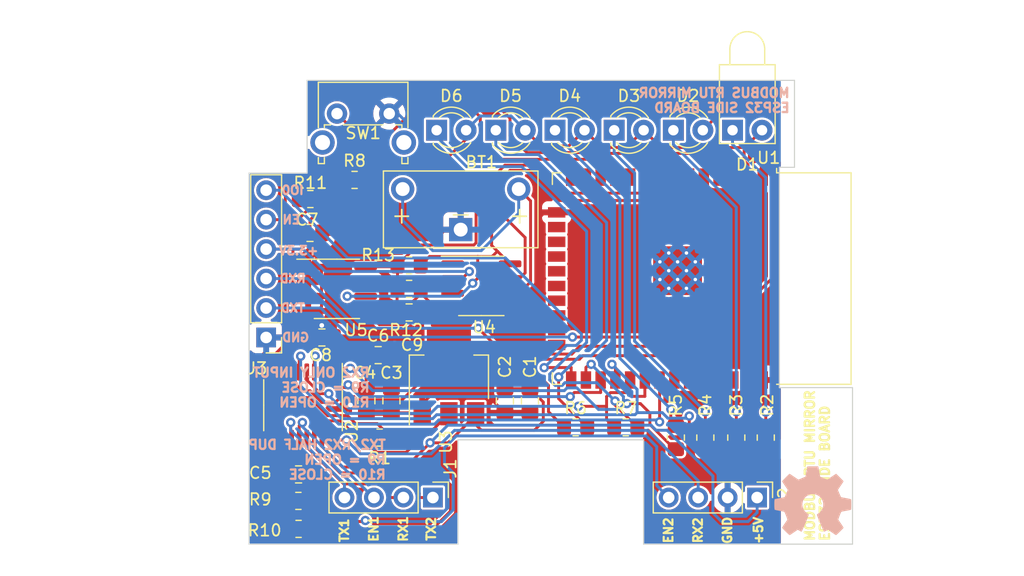
<source format=kicad_pcb>
(kicad_pcb (version 20211014) (generator pcbnew)
  (title_block (title "Modbus RTU mirror side board"))
  (layers (0 "F.Cu" signal) (31 "B.Cu" signal) (34 "B.Paste" user) (35 "F.Paste" user) (36 "B.SilkS" user "B.Silkscreen") (37 "F.SilkS" user "F.Silkscreen") (38 "B.Mask" user) (39 "F.Mask" user) (44 "Edge.Cuts" user))
  (net 0 "")
  (net 21 "GND")
  (net 22 "+3.3V")
  (net 23 "+5V")
  (net 27 "Net-(D1-Pad1)")
  (net 28 "Net-(D2-Pad1)")
  (net 29 "/STP_LED")
  (net 30 "Net-(D3-Pad1)")
  (net 31 "/TX2_LED")
  (net 32 "Net-(U1-Pad31)")
  (net 33 "Net-(D4-Pad1)")
  (net 34 "Net-(D5-Pad1)")
  (net 35 "Net-(D6-Pad1)")
  (net 36 "/RX2_LED")
  (net 37 "/TX1_LED")
  (net 38 "/RX1_LED")
  (net 39 "+BATT")
  (net 40 "/STP_SW")
  (net 41 "/ESP_TXD")
  (net 42 "/ESP_RXD")
  (net 43 "/ESP_EN")
  (net 44 "/ESP_IO0")
  (net 45 "Net-(U1-Pad27)")
  (net 46 "/I2C0_SDA")
  (net 47 "/I2C0_SCL")
  (net 52 "Net-(J1-Pad1)")
  (net 53 "Net-(J1-Pad2)")
  (net 54 "Net-(J1-Pad3)")
  (net 55 "Net-(J1-Pad4)")
  (net 56 "Net-(J2-Pad3)")
  (net 57 "Net-(J2-Pad4)")
  (net 58 "Net-(R1-Pad2)")
  (net 59 "Net-(R10-Pad2)")
  (footprint "Resistor_SMD:R_0805_2012Metric_Pad1.20x1.40mm_HandSolder" (layer "F.Cu") (at 104.267 138.684)
    (fp_text reference "R10")
    (fp_text value "NONE")
  )
  (footprint "Resistor_SMD:R_0805_2012Metric_Pad1.20x1.40mm_HandSolder" (layer "F.Cu") (at 139.319 130.81 90)
    (fp_text reference "R4")
    (fp_text value "1k")
  )
  (footprint "Resistor_SMD:R_0805_2012Metric_Pad1.20x1.40mm_HandSolder" (layer "F.Cu") (at 105.283 110.236)
    (fp_text reference "R11")
    (fp_text value "10k")
  )
  (footprint "LED_THT:LED_D3.0mm" (layer "F.Cu") (at 131.463 104.3)
    (fp_text reference "D3")
    (fp_text value "LED")
  )
  (footprint "Capacitor_SMD:C_0805_2012Metric_Pad1.18x1.45mm_HandSolder" (layer "F.Cu") (at 113.792 120.015)
    (fp_text reference "C9")
    (fp_text value "100nF")
  )
  (footprint "Capacitor_SMD:C_0805_2012Metric_Pad1.18x1.45mm_HandSolder" (layer "F.Cu") (at 111.125 123.698)
    (fp_text reference "C6")
    (fp_text value "100nF")
  )
  (footprint "Resistor_SMD:R_0805_2012Metric_Pad1.20x1.40mm_HandSolder" (layer "F.Cu") (at 132.461 129.921)
    (fp_text reference "R7")
    (fp_text value "1k")
  )
  (footprint "Capacitor_SMD:C_0805_2012Metric_Pad1.18x1.45mm_HandSolder" (layer "F.Cu") (at 106.2775 122.174)
    (fp_text reference "C8")
    (fp_text value "100nF")
  )
  (footprint "Package_SO:SOIC-8_3.9x4.9mm_P1.27mm" (layer "F.Cu") (at 107.569 117.983)
    (fp_text reference "U5")
    (fp_text value "FM24C64C")
  )
  (footprint "Battery_rtc:CR2032_Vertical_CircularHoles" (layer "F.Cu") (at 118.237 112.875 180)
    (fp_text reference "BT1")
    (fp_text value "Battery_Cell")
  )
  (footprint "Resistor_SMD:R_0805_2012Metric_Pad1.20x1.40mm_HandSolder" (layer "F.Cu") (at 113.792 117.983)
    (fp_text reference "R12")
    (fp_text value "4.7k")
  )
  (footprint "LED_THT_horizontal_holder:LED_D3.0mm_4.5x9.5mm" (layer "F.Cu") (at 141.663 104.3 180)
    (fp_text reference "D1")
    (fp_text value "LED")
  )
  (footprint "Resistor_SMD:R_0805_2012Metric_Pad1.20x1.40mm_HandSolder" (layer "F.Cu") (at 144.526 130.81 90)
    (fp_text reference "R2")
    (fp_text value "1k")
  )
  (footprint "Resistor_SMD:R_0805_2012Metric_Pad1.20x1.40mm_HandSolder" (layer "F.Cu") (at 141.986 130.81 90)
    (fp_text reference "R3")
    (fp_text value "1k")
  )
  (footprint "Resistor_SMD:R_0805_2012Metric_Pad1.20x1.40mm_HandSolder" (layer "F.Cu") (at 128.143 129.921)
    (fp_text reference "R6")
    (fp_text value "1k")
  )
  (footprint "Connector_PinHeader_2.54mm:PinHeader_1x06_P2.54mm_Vertical" (layer "F.Cu") (at 101.473 122.174 180)
    (fp_text reference "J3")
    (fp_text value "Conn_01x06_Male")
  )
  (footprint "Resistor_SMD:R_0805_2012Metric_Pad1.20x1.40mm_HandSolder" (layer "F.Cu") (at 109.093 108.585)
    (fp_text reference "R8")
    (fp_text value "10k")
  )
  (footprint "Package_SO:TSSOP-20_4.4x6.5mm_P0.65mm" (layer "F.Cu") (at 104.648 128.016 -90)
    (fp_text reference "U2")
    (fp_text value "TXS0108EPW")
  )
  (footprint "Capacitor_SMD:C_0805_2012Metric_Pad1.18x1.45mm_HandSolder" (layer "F.Cu") (at 122.047 127.635 -90)
    (fp_text reference "C2")
    (fp_text value "22uF")
  )
  (footprint "LED_THT:LED_D3.0mm" (layer "F.Cu") (at 136.563 104.3)
    (fp_text reference "D2")
    (fp_text value "LED")
  )
  (footprint "Resistor_SMD:R_0805_2012Metric_Pad1.20x1.40mm_HandSolder" (layer "F.Cu") (at 111.252 130.81)
    (fp_text reference "R1")
    (fp_text value "0")
  )
  (footprint "Capacitor_SMD:C_0805_2012Metric_Pad1.18x1.45mm_HandSolder" (layer "F.Cu") (at 124.206 127.635 -90)
    (fp_text reference "C1")
    (fp_text value "100nF")
  )
  (footprint "Capacitor_SMD:C_0805_2012Metric_Pad1.18x1.45mm_HandSolder" (layer "F.Cu") (at 110.109 127.635 -90)
    (fp_text reference "C4")
    (fp_text value "100nF")
  )
  (footprint "LED_THT:LED_D3.0mm" (layer "F.Cu") (at 126.363 104.3)
    (fp_text reference "D4")
    (fp_text value "LED")
  )
  (footprint "RF_Module:ESP32-WROOM-32" (layer "F.Cu") (at 136.017 117.094 -90)
    (fp_text reference "U1")
    (fp_text value "ESP32-WROOM-32")
  )
  (footprint "Capacitor_SMD:C_0805_2012Metric_Pad1.18x1.45mm_HandSolder" (layer "F.Cu") (at 104.267 133.985)
    (fp_text reference "C5")
    (fp_text value "100nF")
  )
  (footprint "Connector_PinHeader_2.54mm:PinHeader_1x04_P2.54mm_Vertical" (layer "F.Cu") (at 115.84 135.98 -90)
    (fp_text reference "J1")
    (fp_text value "Conn_01x04_Male")
  )
  (footprint "Resistor_SMD:R_0805_2012Metric_Pad1.20x1.40mm_HandSolder" (layer "F.Cu") (at 104.251 136.271 180)
    (fp_text reference "R9")
    (fp_text value "0")
  )
  (footprint "Resistor_SMD:R_0805_2012Metric_Pad1.20x1.40mm_HandSolder" (layer "F.Cu") (at 113.792 115.951)
    (fp_text reference "R13")
    (fp_text value "4.7k")
  )
  (footprint "Package_SO:SOIC-8_3.9x4.9mm_P1.27mm" (layer "F.Cu") (at 120.015 117.729)
    (fp_text reference "U4")
    (fp_text value "DS3231MZ")
  )
  (footprint "Button_Switch_THT:SW_Tactile_SPST_Angled_PTS645Vx31-2LFS" (layer "F.Cu") (at 107.58 102.8675)
    (fp_text reference "SW1")
    (fp_text value "SW_Push")
  )
  (footprint "Package_TO_SOT_SMD:SOT-223-3_TabPin2" (layer "F.Cu") (at 117.221 125.603 90)
    (fp_text reference "U3")
    (fp_text value "AMS1117-3.3")
  )
  (footprint "Connector_PinHeader_2.54mm:PinHeader_1x04_P2.54mm_Vertical" (layer "F.Cu") (at 143.78 135.98 -90)
    (fp_text reference "J2")
    (fp_text value "Conn_01x04_Male")
  )
  (footprint "Capacitor_SMD:C_0805_2012Metric_Pad1.18x1.45mm_HandSolder" (layer "F.Cu") (at 112.268 127.635 -90)
    (fp_text reference "C3")
    (fp_text value "22uF")
  )
  (footprint "LED_THT:LED_D3.0mm" (layer "F.Cu") (at 121.263 104.3)
    (fp_text reference "D5")
    (fp_text value "LED")
  )
  (footprint "LED_THT:LED_D3.0mm" (layer "F.Cu") (at 116.163 104.3)
    (fp_text reference "D6")
    (fp_text value "LED")
  )
  (footprint "Capacitor_SMD:C_0805_2012Metric_Pad1.18x1.45mm_HandSolder" (layer "F.Cu") (at 105.2525 113.157)
    (fp_text reference "C7")
    (fp_text value "100nF")
  )
  (footprint "Resistor_SMD:R_0805_2012Metric_Pad1.20x1.40mm_HandSolder" (layer "F.Cu") (at 136.779 130.81 90)
    (fp_text reference "R5")
    (fp_text value "1k")
  )
  (footprint "Symbol:OSHW-Symbol_6.7x6mm_SilkScreen" (layer "B.Cu") (at 148.59 136.271 180)
    (fp_text reference "REF**" hide)
    (fp_text value "OSHW-Symbol_6.7x6mm_SilkScreen" hide)
  )
  (gr_line (start 100 140) (end 118 140) (layer "Edge.Cuts") (width 0.1))
  (gr_line (start 118 131) (end 134 131) (layer "Edge.Cuts") (width 0.1))
  (gr_line (start 152 140) (end 152 126.5) (layer "Edge.Cuts") (width 0.1))
  (gr_line (start 118 140) (end 118 131) (layer "Edge.Cuts") (width 0.1))
  (gr_line (start 134 140) (end 152 140) (layer "Edge.Cuts") (width 0.1))
  (gr_line (start 147 107.5) (end 147 100) (layer "Edge.Cuts") (width 0.1))
  (gr_line (start 145.7 126.5) (end 152 126.5) (layer "Edge.Cuts") (width 0.1))
  (gr_line (start 100 140) (end 100 108) (layer "Edge.Cuts") (width 0.1))
  (gr_line (start 100 108) (end 105 108) (layer "Edge.Cuts") (width 0.1))
  (gr_line (start 145.7 107.5) (end 145.7 126.5) (layer "Edge.Cuts") (width 0.1))
  (gr_line (start 105 108) (end 105 100) (layer "Edge.Cuts") (width 0.1))
  (gr_line (start 147 107.5) (end 145.7 107.5) (layer "Edge.Cuts") (width 0.1))
  (gr_line (start 134 140) (end 134 131) (layer "Edge.Cuts") (width 0.1))
  (gr_line (start 105 100) (end 147 100) (layer "Edge.Cuts") (width 0.1))
  (gr_text "RX2 ONLY INPUT\nR9 = CLOSE\nR10 = OPEN" (at 110.49 126.492) (layer "B.SilkS") (effects (font (size 0.8 0.8) (thickness 0.2)) (justify left mirror)))
  (gr_text "RXD" (at 103.759 117.094) (layer "B.SilkS") (effects (font (size 0.75 0.75) (thickness 0.1875)) (justify mirror)))
  (gr_text "TX2/RX2 HALF DUP\nR9 = OPEN\nR10 = CLOSE" (at 111.887 132.715) (layer "B.SilkS") (effects (font (size 0.8 0.8) (thickness 0.2)) (justify left mirror)))
  (gr_text "+3.3V" (at 104.267 114.681) (layer "B.SilkS") (effects (font (size 0.75 0.75) (thickness 0.1875)) (justify mirror)))
  (gr_text "IO0" (at 103.759 109.474) (layer "B.SilkS") (effects (font (size 0.75 0.75) (thickness 0.1875)) (justify mirror)))
  (gr_text "GND" (at 104.013 122.174) (layer "B.SilkS") (effects (font (size 0.75 0.75) (thickness 0.1875)) (justify mirror)))
  (gr_text "EN" (at 103.632 112.014) (layer "B.SilkS") (effects (font (size 0.75 0.75) (thickness 0.1875)) (justify mirror)))
  (gr_text "TXD" (at 103.759 119.634) (layer "B.SilkS") (effects (font (size 0.75 0.75) (thickness 0.1875)) (justify mirror)))
  (gr_text "MODBUS RTU MIRROR\nESP32 SIDE BOARD" (at 146.685 101.727) (layer "B.SilkS") (effects (font (size 0.8 0.8) (thickness 0.2)) (justify left mirror)))
  (gr_text "+5V" (at 143.891 138.811 90) (layer "F.SilkS") (effects (font (size 0.75 0.75) (thickness 0.1875))))
  (gr_text "EN2" (at 136.144 138.811 90) (layer "F.SilkS") (effects (font (size 0.75 0.75) (thickness 0.1875))))
  (gr_text "MODBUS RTU MIRROR\nESP32 SIDE BOARD" (at 148.971 139.827 90) (layer "F.SilkS") (effects (font (size 0.8 0.8) (thickness 0.2)) (justify left)))
  (gr_text "TX2" (at 115.697 138.684 90) (layer "F.SilkS") (effects (font (size 0.75 0.75) (thickness 0.1875))))
  (gr_text "RX2" (at 138.684 138.811 90) (layer "F.SilkS") (effects (font (size 0.75 0.75) (thickness 0.1875))))
  (gr_text "RX1" (at 113.284 138.684 90) (layer "F.SilkS") (effects (font (size 0.75 0.75) (thickness 0.1875))))
  (gr_text "EN1" (at 110.744 138.684 90) (layer "F.SilkS") (effects (font (size 0.75 0.75) (thickness 0.1875))))
  (gr_text "GND" (at 141.224 138.811 90) (layer "F.SilkS") (effects (font (size 0.75 0.75) (thickness 0.1875))))
  (gr_text "TX1" (at 108.204 138.811 90) (layer "F.SilkS") (effects (font (size 0.75 0.75) (thickness 0.1875))))
  (segment (start 105.5077 115.6643) (end 105.094 116.078) (width 0.25) (layer "F.Cu") (net 21))
  (segment (start 114.8538 127.9702) (end 115.951 126.873) (width 0.25) (layer "F.Cu") (net 21))
  (segment (start 107.315 122.174) (end 106.2766 121.1356) (width 0.25) (layer "F.Cu") (net 21))
  (segment (start 112.1625 123.4985) (end 112.1625 123.698) (width 0.25) (layer "F.Cu") (net 21))
  (segment (start 126.507 111.384) (end 131.0467 111.384) (width 0.25) (layer "F.Cu") (net 21))
  (segment (start 105.9387 118.618) (end 106.2434 118.9227) (width 0.25) (layer "F.Cu") (net 21))
  (segment (start 125.095 117.8153) (end 125.095 111.765) (width 0.25) (layer "F.Cu") (net 21))
  (segment (start 139.3023 114.384) (end 144.267 109.4193) (width 0.25) (layer "F.Cu") (net 21))
  (segment (start 139.3023 114.889) (end 139.3023 114.384) (width 0.25) (layer "F.Cu") (net 21))
  (segment (start 135.402 117.939) (end 135.402 117.1765) (width 0.25) (layer "F.Cu") (net 21))
  (segment (start 143.4699 127.7164) (end 143.4699 131.81) (width 0.25) (layer "F.Cu") (net 21))
  (segment (start 136.927 116.414) (end 137.6895 116.414) (width 0.25) (layer "F.Cu") (net 21))
  (segment (start 114.9268 120.1123) (end 114.8295 120.015) (width 0.25) (layer "F.Cu") (net 21))
  (segment (start 114.8538 128.753) (end 113.8457 128.753) (width 0.25) (layer "F.Cu") (net 21))
  (segment (start 138.452 116.414) (end 137.6895 116.414) (width 0.25) (layer "F.Cu") (net 21))
  (segment (start 134.9769 114.889) (end 134.5517 114.889) (width 0.25) (layer "F.Cu") (net 21))
  (segment (start 106.29 114.882) (end 105.5077 115.6643) (width 0.25) (layer "F.Cu") (net 21))
  (segment (start 138.452 114.889) (end 139.3023 114.889) (width 0.25) (layer "F.Cu") (net 21))
  (segment (start 106.29 113.157) (end 106.29 114.882) (width 0.25) (layer "F.Cu") (net 21))
  (segment (start 110.044 117.348) (end 106.2434 117.348) (width 0.25) (layer "F.Cu") (net 21))
  (segment (start 135.402 115.6515) (end 135.402 116.414) (width 0.25) (layer "F.Cu") (net 21))
  (segment (start 110.109 128.6725) (end 112.268 128.6725) (width 0.25) (layer "F.Cu") (net 21))
  (segment (start 106.2434 119.5165) (end 105.8719 119.888) (width 0.25) (layer "F.Cu") (net 21))
  (segment (start 136.1645 114.889) (end 135.402 114.889) (width 0.25) (layer "F.Cu") (net 21))
  (segment (start 122.49 119.634) (end 120.4159 119.634) (width 0.25) (layer "F.Cu") (net 21))
  (segment (start 106.2766 121.1356) (end 106.2642 121.1356) (width 0.25) (layer "F.Cu") (net 21))
  (segment (start 101.473 122.174) (end 101.473 123.3493) (width 0.25) (layer "F.Cu") (net 21))
  (segment (start 122.047 128.6725) (end 124.206 128.6725) (width 0.25) (layer "F.Cu") (net 21))
  (segment (start 144.267 125.844) (end 144.267 126.9193) (width 0.25) (layer "F.Cu") (net 21))
  (segment (start 106.2642 120.2803) (end 105.8719 119.888) (width 0.25) (layer "F.Cu") (net 21))
  (segment (start 106.2434 118.9227) (end 106.2434 119.5165) (width 0.25) (layer "F.Cu") (net 21))
  (segment (start 115.951 126.873) (end 120.2475 126.873) (width 0.25) (layer "F.Cu") (net 21))
  (segment (start 106.2434 118.3133) (end 105.9387 118.618) (width 0.25) (layer "F.Cu") (net 21))
  (segment (start 112.1625 123.4985) (end 110.838 122.174) (width 0.25) (layer "F.Cu") (net 21))
  (segment (start 100.457 124.3653) (end 100.457 134.112) (width 0.25) (layer "F.Cu") (net 21))
  (segment (start 102.7285 132.588) (end 101.723 131.5825) (width 0.25) (layer "F.Cu") (net 21))
  (segment (start 109.4396 128.0031) (end 108.7412 128.0031) (width 0.25) (layer "F.Cu") (net 21))
  (segment (start 103.4435 135.846) (end 105.3045 133.985) (width 0.25) (layer "F.Cu") (net 21))
  (segment (start 131.0467 111.384) (end 134.5517 114.889) (width 0.25) (layer "F.Cu") (net 21))
  (segment (start 136.927 116.414) (end 136.927 115.6515) (width 0.25) (layer "F.Cu") (net 21))
  (segment (start 137.6895 114.889) (end 138.452 114.889) (width 0.25) (layer "F.Cu") (net 21))
  (segment (start 101.473 123.3493) (end 100.457 124.3653) (width 0.25) (layer "F.Cu") (net 21))
  (segment (start 105.8719 119.888) (end 105.094 119.888) (width 0.25) (layer "F.Cu") (net 21))
  (segment (start 114.921 128.753) (end 114.8538 128.753) (width 0.25) (layer "F.Cu") (net 21))
  (segment (start 125.095 111.765) (end 125.476 111.384) (width 0.25) (layer "F.Cu") (net 21))
  (segment (start 114.9268 120.7342) (end 114.9268 120.1123) (width 0.25) (layer "F.Cu") (net 21))
  (segment (start 138.452 117.939) (end 137.6895 117.939) (width 0.25) (layer "F.Cu") (net 21))
  (segment (start 106.2434 116.4) (end 105.5077 115.6643) (width 0.25) (layer "F.Cu") (net 21))
  (segment (start 123.2763 119.634) (end 125.095 117.8153) (width 0.25) (layer "F.Cu") (net 21))
  (segment (start 103.251 136.0385) (end 103.4435 135.846) (width 0.25) (layer "F.Cu") (net 21))
  (segment (start 106.2642 121.1356) (end 106.2642 120.2803) (width 0.25) (layer "F.Cu") (net 21))
  (segment (start 114.8538 128.753) (end 114.8538 127.9702) (width 0.25) (layer "F.Cu") (net 21))
  (segment (start 110.838 122.174) (end 107.315 122.174) (width 0.25) (layer "F.Cu") (net 21))
  (segment (start 143.4699 131.81) (end 144.526 131.81) (width 0.25) (layer "F.Cu") (net 21))
  (segment (start 141.986 131.81) (end 143.4699 131.81) (width 0.25) (layer "F.Cu") (net 21))
  (segment (start 100.457 134.112) (end 102.191 135.846) (width 0.25) (layer "F.Cu") (net 21))
  (segment (start 110.109 128.6725) (end 109.4396 128.0031) (width 0.25) (layer "F.Cu") (net 21))
  (segment (start 101.723 131.5825) (end 101.723 130.8785) (width 0.25) (layer "F.Cu") (net 21))
  (segment (start 135.402 117.1765) (end 135.402 116.414) (width 0.25) (layer "F.Cu") (net 21))
  (segment (start 136.1645 116.414) (end 136.927 116.414) (width 0.25) (layer "F.Cu") (net 21))
  (segment (start 136.1645 114.889) (end 136.927 114.889) (width 0.25) (layer "F.Cu") (net 21))
  (segment (start 141.986 134.0587) (end 141.986 131.81) (width 0.25) (layer "F.Cu") (net 21))
  (segment (start 105.9387 118.618) (end 105.094 118.618) (width 0.25) (layer "F.Cu") (net 21))
  (segment (start 136.927 117.939) (end 136.1645 117.939) (width 0.25) (layer "F.Cu") (net 21))
  (segment (start 135.402 115.3141) (end 135.402 115.6515) (width 0.25) (layer "F.Cu") (net 21))
  (segment (start 136.927 114.889) (end 137.6895 114.889) (width 0.25) (layer "F.Cu") (net 21))
  (segment (start 118.237 112.875) (end 116.9117 112.875) (width 0.25) (layer "F.Cu") (net 21))
  (segment (start 114.9268 120.7342) (end 112.1625 123.4985) (width 0.25) (layer "F.Cu") (net 21))
  (segment (start 105.3045 133.985) (end 103.9075 132.588) (width 0.25) (layer "F.Cu") (net 21))
  (segment (start 136.927 117.1765) (end 136.927 116.414) (width 0.25) (layer "F.Cu") (net 21))
  (segment (start 106.2434 117.348) (end 105.094 117.348) (width 0.25) (layer "F.Cu") (net 21))
  (segment (start 138.452 116.414) (end 138.452 117.1765) (width 0.25) (layer "F.Cu") (net 21))
  (segment (start 106.2434 117.348) (end 106.2434 118.3133) (width 0.25) (layer "F.Cu") (net 21))
  (segment (start 125.476 111.384) (end 126.507 111.384) (width 0.25) (layer "F.Cu") (net 21))
  (segment (start 112.268 128.6725) (end 113.7652 128.6725) (width 0.25) (layer "F.Cu") (net 21))
  (segment (start 106.2434 117.348) (end 106.2434 116.4) (width 0.25) (layer "F.Cu") (net 21))
  (segment (start 113.7652 128.6725) (end 113.8457 128.753) (width 0.25) (layer "F.Cu") (net 21))
  (segment (start 120.4159 119.634) (end 119.3157 120.7342) (width 0.25) (layer "F.Cu") (net 21))
  (segment (start 103.251 136.271) (end 103.251 136.0385) (width 0.25) (layer "F.Cu") (net 21))
  (segment (start 102.191 135.846) (end 103.4435 135.846) (width 0.25) (layer "F.Cu") (net 21))
  (segment (start 138.452 117.939) (end 138.452 117.1765) (width 0.25) (layer "F.Cu") (net 21))
  (segment (start 144.267 126.9193) (end 143.4699 127.7164) (width 0.25) (layer "F.Cu") (net 21))
  (segment (start 106.29 113.157) (end 116.6297 113.157) (width 0.25) (layer "F.Cu") (net 21))
  (segment (start 144.267 108.344) (end 144.267 109.4193) (width 0.25) (layer "F.Cu") (net 21))
  (segment (start 141.24 135.98) (end 141.24 134.8047) (width 0.25) (layer "F.Cu") (net 21))
  (segment (start 135.402 114.889) (end 134.9769 114.889) (width 0.25) (layer "F.Cu") (net 21))
  (segment (start 103.9075 132.588) (end 102.7285 132.588) (width 0.25) (layer "F.Cu") (net 21))
  (segment (start 134.9769 114.889) (end 135.402 115.3141) (width 0.25) (layer "F.Cu") (net 21))
  (segment (start 120.2475 126.873) (end 122.047 128.6725) (width 0.25) (layer "F.Cu") (net 21))
  (segment (start 138.452 116.414) (end 138.452 115.6515) (width 0.25) (layer "F.Cu") (net 21))
  (segment (start 119.3157 120.7342) (end 114.9268 120.7342) (width 0.25) (layer "F.Cu") (net 21))
  (segment (start 136.1645 117.939) (end 135.402 117.939) (width 0.25) (layer "F.Cu") (net 21))
  (segment (start 141.24 134.8047) (end 141.986 134.0587) (width 0.25) (layer "F.Cu") (net 21))
  (segment (start 116.6297 113.157) (end 116.9117 112.875) (width 0.25) (layer "F.Cu") (net 21))
  (segment (start 136.1645 116.414) (end 135.402 116.414) (width 0.25) (layer "F.Cu") (net 21))
  (segment (start 122.49 119.634) (end 123.2763 119.634) (width 0.25) (layer "F.Cu") (net 21))
  (via (at 106.2642 121.1356) (size 0.8) (drill 0.4) (layers "F.Cu" "B.Cu") (net 21))
  (via (at 108.7412 128.0031) (size 0.8) (drill 0.4) (layers "F.Cu" "B.Cu") (net 21))
  (segment (start 106.2642 122.174) (end 106.2642 121.1356) (width 0.25) (layer "B.Cu") (net 21))
  (segment (start 107.809 127.0709) (end 108.7412 128.0031) (width 0.25) (layer "B.Cu") (net 21))
  (segment (start 106.2642 122.174) (end 107.809 123.7188) (width 0.25) (layer "B.Cu") (net 21))
  (segment (start 141.24 121.4895) (end 141.24 135.98) (width 0.25) (layer "B.Cu") (net 21))
  (segment (start 112.8271 102.8675) (end 114.8265 104.8669) (width 0.25) (layer "B.Cu") (net 21))
  (segment (start 107.809 123.7188) (end 107.809 127.0709) (width 0.25) (layer "B.Cu") (net 21))
  (segment (start 114.8265 108.1392) (end 118.237 111.5497) (width 0.25) (layer "B.Cu") (net 21))
  (segment (start 137.6895 117.939) (end 141.24 121.4895) (width 0.25) (layer "B.Cu") (net 21))
  (segment (start 101.473 122.174) (end 102.6483 122.174) (width 0.25) (layer "B.Cu") (net 21))
  (segment (start 112.08 102.8675) (end 112.8271 102.8675) (width 0.25) (layer "B.Cu") (net 21))
  (segment (start 106.2642 122.174) (end 102.6483 122.174) (width 0.25) (layer "B.Cu") (net 21))
  (segment (start 118.237 112.875) (end 118.237 111.5497) (width 0.25) (layer "B.Cu") (net 21))
  (segment (start 114.8265 104.8669) (end 114.8265 108.1392) (width 0.25) (layer "B.Cu") (net 21))
  (segment (start 101.1972 126.7242) (end 101.1972 124.261496) (width 0.25) (layer "F.Cu") (net 22))
  (segment (start 114.5427 114.2003) (end 112.792 115.951) (width 0.25) (layer "F.Cu") (net 22))
  (segment (start 110.0875 124.0607) (end 107.2209 124.0607) (width 0.25) (layer "F.Cu") (net 22))
  (segment (start 103.782 114.554) (end 104.463 114.554) (width 0.25) (layer "F.Cu") (net 22))
  (segment (start 111.379 108.585) (end 111.379 109.855) (width 0.25) (layer "F.Cu") (net 22))
  (segment (start 110.0875 126.576) (end 110.109 126.5975) (width 0.25) (layer "F.Cu") (net 22))
  (segment (start 116.2701 107.5039) (end 118.703 105.071) (width 0.25) (layer "F.Cu") (net 22))
  (segment (start 105.2718 128.0646) (end 102.5376 128.0646) (width 0.25) (layer "F.Cu") (net 22))
  (segment (start 130.394 105.791) (end 132.512 105.791) (width 0.25) (layer "F.Cu") (net 22))
  (segment (start 104.283 110.236) (end 105.3215 109.1975) (width 0.25) (layer "F.Cu") (net 22))
  (segment (start 109.1315 110.236) (end 108.5352 109.6397) (width 0.25) (layer "F.Cu") (net 22))
  (segment (start 123.803 104.3) (end 125.167 105.664) (width 0.25) (layer "F.Cu") (net 22))
  (segment (start 119.5624 111.3239) (end 119.5624 114.0097) (width 0.25) (layer "F.Cu") (net 22))
  (segment (start 103.782 121.9094) (end 103.864 121.9914) (width 0.25) (layer "F.Cu") (net 22))
  (segment (start 144.203 104.3) (end 142.663 105.84) (width 0.25) (layer "F.Cu") (net 22))
  (segment (start 110.0875 123.698) (end 110.0875 124.0607) (width 0.25) (layer "F.Cu") (net 22))
  (segment (start 116.2701 108.0316) (end 119.5624 111.3239) (width 0.25) (layer "F.Cu") (net 22))
  (segment (start 110.252 131.334) (end 110.252 130.81) (width 0.25) (layer "F.Cu") (net 22))
  (segment (start 105.24 122.174) (end 105.0574 121.9914) (width 0.25) (layer "F.Cu") (net 22))
  (segment (start 110.252 130.81) (end 109.3157 130.81) (width 0.25) (layer "F.Cu") (net 22))
  (segment (start 135.494 105.791) (end 142.614 105.791) (width 0.25) (layer "F.Cu") (net 22))
  (segment (start 127.539 105.664) (end 128.903 104.3) (width 0.25) (layer "F.Cu") (net 22))
  (segment (start 112.268 126.5975) (end 110.109 126.5975) (width 0.25) (layer "F.Cu") (net 22))
  (segment (start 117.221 122.453) (end 116.6428 122.453) (width 0.25) (layer "F.Cu") (net 22))
  (segment (start 101.1972 124.261496) (end 101.633696 123.825) (width 0.25) (layer "F.Cu") (net 22))
  (segment (start 107.1738 124.1078) (end 105.24 122.174) (width 0.25) (layer "F.Cu") (net 22))
  (segment (start 132.512 105.791) (end 134.003 104.3) (width 0.25) (layer "F.Cu") (net 22))
  (segment (start 108.093 109.1975) (end 108.093 108.585) (width 0.25) (layer "F.Cu") (net 22))
  (segment (start 103.782 114.554) (end 101.473 114.554) (width 0.25) (layer "F.Cu") (net 22))
  (segment (start 112.792 116.078) (end 112.792 117.983) (width 0.25) (layer "F.Cu") (net 22))
  (segment (start 113.538 132.08) (end 110.998 132.08) (width 0.25) (layer "F.Cu") (net 22))
  (segment (start 142.997 108.344) (end 142.997 107.2687) (width 0.25) (layer "F.Cu") (net 22))
  (segment (start 109.3157 130.81) (end 107.8706 129.3649) (width 0.25) (layer "F.Cu") (net 22))
  (segment (start 107.2209 124.0607) (end 107.1738 124.1078) (width 0.25) (layer "F.Cu") (net 22))
  (segment (start 125.167 105.664) (end 127.539 105.664) (width 0.25) (layer "F.Cu") (net 22))
  (segment (start 106.5721 129.3649) (end 105.2718 128.0646) (width 0.25) (layer "F.Cu") (net 22))
  (segment (start 118.367 117.094) (end 118.9798 116.4812) (width 0.25) (layer "F.Cu") (net 22))
  (segment (start 110.998 132.08) (end 110.252 131.334) (width 0.25) (layer "F.Cu") (net 22))
  (segment (start 101.633696 123.825) (end 102.0304 123.825) (width 0.25) (layer "F.Cu") (net 22))
  (segment (start 112.268 107.696) (end 111.379 108.585) (width 0.25) (layer "F.Cu") (net 22))
  (segment (start 105.2525 112.0445) (end 105.537 111.76) (width 0.25) (layer "F.Cu") (net 22))
  (segment (start 105.0574 121.9914) (end 103.864 121.9914) (width 0.25) (layer "F.Cu") (net 22))
  (segment (start 115.418 130.556) (end 115.062 130.556) (width 0.25) (layer "F.Cu") (net 22))
  (segment (start 119.3718 114.2003) (end 114.5427 114.2003) (width 0.25) (layer "F.Cu") (net 22))
  (segment (start 103.782 114.554) (end 103.782 121.9094) (width 0.25) (layer "F.Cu") (net 22))
  (segment (start 112.792 116.078) (end 110.044 116.078) (width 0.25) (layer "F.Cu") (net 22))
  (segment (start 116.6428 122.453) (end 116.4125 122.453) (width 0.25) (layer "F.Cu") (net 22))
  (segment (start 105.537 111.76) (end 107.696 111.76) (width 0.25) (layer "F.Cu") (net 22))
  (segment (start 102.5376 128.0646) (end 101.1972 126.7242) (width 0.25) (layer "F.Cu") (net 22))
  (segment (start 102.0304 123.825) (end 103.864 121.9914) (width 0.25) (layer "F.Cu") (net 22))
  (segment (start 117.221 128.753) (end 115.418 130.556) (width 0.25) (layer "F.Cu") (net 22))
  (segment (start 107.8706 129.3649) (end 106.5721 129.3649) (width 0.25) (layer "F.Cu") (net 22))
  (segment (start 116.2701 108.0316) (end 116.2701 107.5039) (width 0.25) (layer "F.Cu") (net 22))
  (segment (start 108.5352 110.9208) (end 108.5352 109.6397) (width 0.25) (layer "F.Cu") (net 22))
  (segment (start 142.663 106.9347) (end 142.997 107.2687) (width 0.25) (layer "F.Cu") (net 22))
  (segment (start 105.2525 113.7645) (end 105.2525 112.0445) (width 0.25) (layer "F.Cu") (net 22))
  (segment (start 112.792 117.983) (end 112.7545 118.0205) (width 0.25) (layer "F.Cu") (net 22))
  (segment (start 111.379 109.855) (end 110.998 110.236) (width 0.25) (layer "F.Cu") (net 22))
  (segment (start 128.903 104.3) (end 130.394 105.791) (width 0.25) (layer "F.Cu") (net 22))
  (segment (start 108.5352 109.6397) (end 108.093 109.1975) (width 0.25) (layer "F.Cu") (net 22))
  (segment (start 118.703 105.071) (end 118.703 104.3) (width 0.25) (layer "F.Cu") (net 22))
  (segment (start 105.3215 109.1975) (end 108.093 109.1975) (width 0.25) (layer "F.Cu") (net 22))
  (segment (start 107.696 111.76) (end 108.5352 110.9208) (width 0.25) (layer "F.Cu") (net 22))
  (segment (start 116.4125 122.453) (end 112.268 126.5975) (width 0.25) (layer "F.Cu") (net 22))
  (segment (start 104.463 114.554) (end 105.2525 113.7645) (width 0.25) (layer "F.Cu") (net 22))
  (segment (start 112.792 115.951) (end 112.792 116.078) (width 0.25) (layer "F.Cu") (net 22))
  (segment (start 134.003 104.3) (end 135.494 105.791) (width 0.25) (layer "F.Cu") (net 22))
  (segment (start 119.5624 114.0097) (end 119.3718 114.2003) (width 0.25) (layer "F.Cu") (net 22))
  (segment (start 115.9345 107.696) (end 112.268 107.696) (width 0.25) (layer "F.Cu") (net 22))
  (segment (start 115.062 130.556) (end 113.538 132.08) (width 0.25) (layer "F.Cu") (net 22))
  (segment (start 142.663 105.84) (end 142.663 106.9347) (width 0.25) (layer "F.Cu") (net 22))
  (segment (start 110.0875 124.0607) (end 110.0875 126.576) (width 0.25) (layer "F.Cu") (net 22))
  (segment (start 112.7545 118.0205) (end 112.7545 120.015) (width 0.25) (layer "F.Cu") (net 22))
  (segment (start 117.54 117.094) (end 118.367 117.094) (width 0.25) (layer "F.Cu") (net 22))
  (segment (start 106.923 124.3586) (end 107.1738 124.1078) (width 0.25) (layer "F.Cu") (net 22))
  (segment (start 142.614 105.791) (end 142.663 105.84) (width 0.25) (layer "F.Cu") (net 22))
  (segment (start 116.2701 108.0316) (end 115.9345 107.696) (width 0.25) (layer "F.Cu") (net 22))
  (segment (start 110.998 110.236) (end 109.1315 110.236) (width 0.25) (layer "F.Cu") (net 22))
  (segment (start 106.923 125.1535) (end 106.923 124.3586) (width 0.25) (layer "F.Cu") (net 22))
  (via (at 118.9798 116.4812) (size 0.8) (drill 0.4) (layers "F.Cu" "B.Cu") (net 22))
  (segment (start 104.648 114.554) (end 106.5752 116.4812) (width 0.25) (layer "B.Cu") (net 22))
  (segment (start 122.5776 103.0746) (end 123.803 104.3) (width 0.25) (layer "B.Cu") (net 22))
  (segment (start 118.703 104.3) (end 119.9284 103.0746) (width 0.25) (layer "B.Cu") (net 22))
  (segment (start 101.473 114.554) (end 104.648 114.554) (width 0.25) (layer "B.Cu") (net 22))
  (segment (start 106.5752 116.4812) (end 118.9798 116.4812) (width 0.25) (layer "B.Cu") (net 22))
  (segment (start 119.9284 103.0746) (end 122.5776 103.0746) (width 0.25) (layer "B.Cu") (net 22))
  (segment (start 105.297104 128.7263) (end 106.385704 129.8149) (width 0.25) (layer "F.Cu") (net 23))
  (segment (start 106.923 131.5812) (end 106.923 130.8785) (width 0.25) (layer "F.Cu") (net 23))
  (segment (start 120.015 130.175) (end 124.587 130.175) (width 0.25) (layer "F.Cu") (net 23))
  (segment (start 102.489 133.985) (end 100.965 132.461) (width 0.25) (layer "F.Cu") (net 23))
  (segment (start 119.521 129.681) (end 120.015 130.175) (width 0.25) (layer "F.Cu") (net 23))
  (segment (start 106.5765 129.8149) (end 106.923 130.1614) (width 0.25) (layer "F.Cu") (net 23))
  (segment (start 124.587 130.175) (end 125.3528 129.4092) (width 0.25) (layer "F.Cu") (net 23))
  (segment (start 124.206 126.5975) (end 122.047 126.5975) (width 0.25) (layer "F.Cu") (net 23))
  (segment (start 103.2295 133.985) (end 102.489 133.985) (width 0.25) (layer "F.Cu") (net 23))
  (segment (start 125.3528 127.7443) (end 124.206 126.5975) (width 0.25) (layer "F.Cu") (net 23))
  (segment (start 100.965 129.667) (end 101.9057 128.7263) (width 0.25) (layer "F.Cu") (net 23))
  (segment (start 119.521 128.891) (end 119.521 128.753) (width 0.25) (layer "F.Cu") (net 23))
  (segment (start 117.150571 131.261429) (end 119.521 128.891) (width 0.25) (layer "F.Cu") (net 23))
  (segment (start 114.147702 132.715) (end 108.0568 132.715) (width 0.25) (layer "F.Cu") (net 23))
  (segment (start 115.601273 131.261429) (end 114.147702 132.715) (width 0.25) (layer "F.Cu") (net 23))
  (segment (start 115.601273 131.261429) (end 117.150571 131.261429) (width 0.25) (layer "F.Cu") (net 23))
  (segment (start 119.521 128.753) (end 119.521 129.681) (width 0.25) (layer "F.Cu") (net 23))
  (segment (start 100.965 132.461) (end 100.965 129.667) (width 0.25) (layer "F.Cu") (net 23))
  (segment (start 108.0568 132.715) (end 106.923 131.5812) (width 0.25) (layer "F.Cu") (net 23))
  (segment (start 106.385704 129.8149) (end 106.5765 129.8149) (width 0.25) (layer "F.Cu") (net 23))
  (segment (start 101.9057 128.7263) (end 105.297104 128.7263) (width 0.25) (layer "F.Cu") (net 23))
  (segment (start 106.923 130.1614) (end 106.923 130.8785) (width 0.25) (layer "F.Cu") (net 23))
  (segment (start 125.3528 129.4092) (end 125.3528 127.7443) (width 0.25) (layer "F.Cu") (net 23))
  (via (at 115.601273 131.261429) (size 0.8) (drill 0.4) (layers "F.Cu" "B.Cu") (net 23))
  (segment (start 135.073595 130.1773) (end 136.0193 130.1773) (width 0.25) (layer "B.Cu") (net 23))
  (segment (start 139.97 134.128) (end 139.97 137.303) (width 0.25) (layer "B.Cu") (net 23))
  (segment (start 143.78 137.271) (end 143.78 135.98) (width 0.25) (layer "B.Cu") (net 23))
  (segment (start 140.716 138.049) (end 143.002 138.049) (width 0.25) (layer "B.Cu") (net 23))
  (segment (start 136.0193 130.1773) (end 139.97 134.128) (width 0.25) (layer "B.Cu") (net 23))
  (segment (start 134.6489 129.752605) (end 135.073595 130.1773) (width 0.25) (layer "B.Cu") (net 23))
  (segment (start 115.601273 131.261429) (end 117.123502 129.7392) (width 0.25) (layer "B.Cu") (net 23))
  (segment (start 143.002 138.049) (end 143.78 137.271) (width 0.25) (layer "B.Cu") (net 23))
  (segment (start 134.6489 129.7392) (end 134.6489 129.752605) (width 0.25) (layer "B.Cu") (net 23))
  (segment (start 139.97 137.303) (end 140.716 138.049) (width 0.25) (layer "B.Cu") (net 23))
  (segment (start 117.123502 129.7392) (end 134.6489 129.7392) (width 0.25) (layer "B.Cu") (net 23))
  (segment (start 144.526 128.6085) (end 144.526 129.81) (width 0.25) (layer "F.Cu") (net 27))
  (via (at 144.526 128.6085) (size 0.8) (drill 0.4) (layers "F.Cu" "B.Cu") (net 27))
  (segment (start 141.663 104.3) (end 141.663 105.5253) (width 0.25) (layer "B.Cu") (net 27))
  (segment (start 144.526 108.3883) (end 144.526 128.6085) (width 0.25) (layer "B.Cu") (net 27))
  (segment (start 141.663 105.5253) (end 144.526 108.3883) (width 0.25) (layer "B.Cu") (net 27))
  (segment (start 141.986 128.5788) (end 141.986 129.81) (width 0.25) (layer "F.Cu") (net 28))
  (via (at 141.986 128.5788) (size 0.8) (drill 0.4) (layers "F.Cu" "B.Cu") (net 28))
  (segment (start 136.563 105.5253) (end 141.986 110.9483) (width 0.25) (layer "B.Cu") (net 28))
  (segment (start 136.563 104.3) (end 136.563 105.5253) (width 0.25) (layer "B.Cu") (net 28))
  (segment (start 141.986 110.9483) (end 141.986 128.5788) (width 0.25) (layer "B.Cu") (net 28))
  (segment (start 145.542 103.378) (end 144.653 102.489) (width 0.25) (layer "F.Cu") (net 29))
  (segment (start 142.997 125.844) (end 142.997 119.1394) (width 0.25) (layer "F.Cu") (net 29))
  (segment (start 144.653 102.489) (end 140.914 102.489) (width 0.25) (layer "F.Cu") (net 29))
  (segment (start 145.0424 117.094) (end 145.0424 107.0703) (width 0.25) (layer "F.Cu") (net 29))
  (segment (start 145.0424 107.0703) (end 145.542 106.5707) (width 0.25) (layer "F.Cu") (net 29))
  (segment (start 140.914 102.489) (end 139.103 104.3) (width 0.25) (layer "F.Cu") (net 29))
  (segment (start 142.997 119.1394) (end 145.0424 117.094) (width 0.25) (layer "F.Cu") (net 29))
  (segment (start 145.542 106.5707) (end 145.542 103.378) (width 0.25) (layer "F.Cu") (net 29))
  (segment (start 139.319 129.81) (end 139.319 128.5825) (width 0.25) (layer "F.Cu") (net 30))
  (via (at 139.319 128.5825) (size 0.8) (drill 0.4) (layers "F.Cu" "B.Cu") (net 30))
  (segment (start 139.319 128.5825) (end 133.223 122.4865) (width 0.25) (layer "B.Cu") (net 30))
  (segment (start 131.463 106.23865) (end 131.463 104.3) (width 0.25) (layer "B.Cu") (net 30))
  (segment (start 133.223 107.99865) (end 131.463 106.23865) (width 0.25) (layer "B.Cu") (net 30))
  (segment (start 133.223 122.4865) (end 133.223 107.99865) (width 0.25) (layer "B.Cu") (net 30))
  (segment (start 139.319 131.81) (end 137.9335 130.4245) (width 0.25) (layer "F.Cu") (net 31))
  (segment (start 137.9335 128.9525) (end 137.9334 128.9525) (width 0.25) (layer "F.Cu") (net 31))
  (segment (start 137.9335 130.4245) (end 137.9335 128.9525) (width 0.25) (layer "F.Cu") (net 31))
  (segment (start 131.567 125.844) (end 131.567 124.7687) (width 0.25) (layer "F.Cu") (net 31))
  (segment (start 105.696 123.7839) (end 105.623 123.8569) (width 0.25) (layer "F.Cu") (net 31))
  (segment (start 131.5504 124.7687) (end 131.2714 124.4897) (width 0.25) (layer "F.Cu") (net 31))
  (segment (start 105.623 123.8569) (end 105.623 125.1535) (width 0.25) (layer "F.Cu") (net 31))
  (segment (start 131.567 124.7687) (end 131.5504 124.7687) (width 0.25) (layer "F.Cu") (net 31))
  (via (at 131.2714 124.4897) (size 0.8) (drill 0.4) (layers "F.Cu" "B.Cu") (net 31))
  (via (at 105.696 123.7839) (size 0.8) (drill 0.4) (layers "F.Cu" "B.Cu") (net 31))
  (via (at 137.9334 128.9525) (size 0.8) (drill 0.4) (layers "F.Cu" "B.Cu") (net 31))
  (segment (start 133.4381 128.6585) (end 133.2581 128.8385) (width 0.25) (layer "B.Cu") (net 31))
  (segment (start 137.9334 128.9525) (end 137.7484 129.1375) (width 0.25) (layer "B.Cu") (net 31))
  (segment (start 116.1639 128.8385) (end 115.8235 129.1789) (width 0.25) (layer "B.Cu") (net 31))
  (segment (start 136.0849 129.1375) (end 135.6059 128.6585) (width 0.25) (layer "B.Cu") (net 31))
  (segment (start 135.6059 128.6585) (end 133.4381 128.6585) (width 0.25) (layer "B.Cu") (net 31))
  (segment (start 107.9682 129.1789) (end 105.696 126.9067) (width 0.25) (layer "B.Cu") (net 31))
  (segment (start 105.696 126.9067) (end 105.696 123.7839) (width 0.25) (layer "B.Cu") (net 31))
  (segment (start 137.7484 129.1375) (end 136.0849 129.1375) (width 0.25) (layer "B.Cu") (net 31))
  (segment (start 133.2581 128.8385) (end 116.1639 128.8385) (width 0.25) (layer "B.Cu") (net 31))
  (segment (start 133.4381 128.6585) (end 133.4381 126.6564) (width 0.25) (layer "B.Cu") (net 31))
  (segment (start 115.8235 129.1789) (end 107.9682 129.1789) (width 0.25) (layer "B.Cu") (net 31))
  (segment (start 133.4381 126.6564) (end 131.2714 124.4897) (width 0.25) (layer "B.Cu") (net 31))
  (segment (start 135.377 125.844) (end 135.377 129.4492) (width 0.25) (layer "F.Cu") (net 32))
  (segment (start 104.323 125.1535) (end 104.323 123.9116) (width 0.25) (layer "F.Cu") (net 32))
  (segment (start 104.323 123.9116) (end 104.4462 123.7884) (width 0.25) (layer "F.Cu") (net 32))
  (segment (start 135.377 129.4492) (end 135.3739 129.4523) (width 0.25) (layer "F.Cu") (net 32))
  (via (at 104.4462 123.7884) (size 0.8) (drill 0.4) (layers "F.Cu" "B.Cu") (net 32))
  (via (at 135.3739 129.4523) (size 0.8) (drill 0.4) (layers "F.Cu" "B.Cu") (net 32))
  (segment (start 104.4462 126.365) (end 104.4462 123.7884) (width 0.25) (layer "B.Cu") (net 32))
  (segment (start 135.2105 129.2889) (end 116.3504 129.2889) (width 0.25) (layer "B.Cu") (net 32))
  (segment (start 135.3739 129.4523) (end 135.2105 129.2889) (width 0.25) (layer "B.Cu") (net 32))
  (segment (start 107.7286 129.6474) (end 104.4462 126.365) (width 0.25) (layer "B.Cu") (net 32))
  (segment (start 116.3504 129.2889) (end 115.9919 129.6474) (width 0.25) (layer "B.Cu") (net 32))
  (segment (start 115.9919 129.6474) (end 107.7286 129.6474) (width 0.25) (layer "B.Cu") (net 32))
  (segment (start 136.344 129.375) (end 136.344 128.3567) (width 0.25) (layer "F.Cu") (net 33))
  (segment (start 136.779 129.81) (end 136.344 129.375) (width 0.25) (layer "F.Cu") (net 33))
  (via (at 136.344 128.3567) (size 0.8) (drill 0.4) (layers "F.Cu" "B.Cu") (net 33))
  (segment (start 131.953 110.236) (end 131.953 123.9657) (width 0.25) (layer "B.Cu") (net 33))
  (segment (start 126.363 104.646) (end 131.953 110.236) (width 0.25) (layer "B.Cu") (net 33))
  (segment (start 131.953 123.9657) (end 136.344 128.3567) (width 0.25) (layer "B.Cu") (net 33))
  (segment (start 126.363 104.3) (end 126.363 104.646) (width 0.25) (layer "B.Cu") (net 33))
  (segment (start 129.143 129.921) (end 126.6793 127.4573) (width 0.25) (layer "F.Cu") (net 34))
  (segment (start 126.6793 127.4573) (end 126.6793 125.584) (width 0.25) (layer "F.Cu") (net 34))
  (via (at 126.6793 125.584) (size 0.8) (drill 0.4) (layers "F.Cu" "B.Cu") (net 34))
  (segment (start 128.5001 123.7632) (end 126.6793 125.584) (width 0.25) (layer "B.Cu") (net 34))
  (segment (start 130.81 122.428) (end 129.4748 123.7632) (width 0.25) (layer "B.Cu") (net 34))
  (segment (start 121.263 104.3) (end 121.263 105.642) (width 0.25) (layer "B.Cu") (net 34))
  (segment (start 130.81 112.268) (end 130.81 122.428) (width 0.25) (layer "B.Cu") (net 34))
  (segment (start 129.4748 123.7632) (end 128.5001 123.7632) (width 0.25) (layer "B.Cu") (net 34))
  (segment (start 124.9453 106.4033) (end 130.81 112.268) (width 0.25) (layer "B.Cu") (net 34))
  (segment (start 122.0243 106.4033) (end 124.9453 106.4033) (width 0.25) (layer "B.Cu") (net 34))
  (segment (start 121.263 105.642) (end 122.0243 106.4033) (width 0.25) (layer "B.Cu") (net 34))
  (segment (start 131.5347 127.9947) (end 131.5347 127.6544) (width 0.25) (layer "F.Cu") (net 35))
  (segment (start 133.461 129.921) (end 131.5347 127.9947) (width 0.25) (layer "F.Cu") (net 35))
  (via (at 131.5347 127.6544) (size 0.8) (drill 0.4) (layers "F.Cu" "B.Cu") (net 35))
  (segment (start 128.3769 123.3141) (end 129.087 122.604) (width 0.25) (layer "B.Cu") (net 35))
  (segment (start 116.163 104.86) (end 116.163 104.3) (width 0.25) (layer "B.Cu") (net 35))
  (segment (start 131.5347 127.6544) (end 129.9558 126.0755) (width 0.25) (layer "B.Cu") (net 35))
  (segment (start 129.087 113.02725) (end 123.50175 107.442) (width 0.25) (layer "B.Cu") (net 35))
  (segment (start 127.9233 123.3141) (end 128.3769 123.3141) (width 0.25) (layer "B.Cu") (net 35))
  (segment (start 126.3789 126.3093) (end 125.9064 125.8368) (width 0.25) (layer "B.Cu") (net 35))
  (segment (start 125.9064 125.8368) (end 125.9064 125.331) (width 0.25) (layer "B.Cu") (net 35))
  (segment (start 123.50175 107.442) (end 118.745 107.442) (width 0.25) (layer "B.Cu") (net 35))
  (segment (start 129.9558 126.0755) (end 127.2136 126.0755) (width 0.25) (layer "B.Cu") (net 35))
  (segment (start 118.745 107.442) (end 116.163 104.86) (width 0.25) (layer "B.Cu") (net 35))
  (segment (start 125.9064 125.331) (end 127.9233 123.3141) (width 0.25) (layer "B.Cu") (net 35))
  (segment (start 129.087 122.604) (end 129.087 113.02725) (width 0.25) (layer "B.Cu") (net 35))
  (segment (start 127.2136 126.0755) (end 126.9798 126.3093) (width 0.25) (layer "B.Cu") (net 35))
  (segment (start 126.9798 126.3093) (end 126.3789 126.3093) (width 0.25) (layer "B.Cu") (net 35))
  (segment (start 129.027 124.7687) (end 129.3075 124.4882) (width 0.25) (layer "F.Cu") (net 36))
  (segment (start 134.5397 129.6805) (end 134.5397 128.6977) (width 0.25) (layer "F.Cu") (net 36))
  (segment (start 108.7217 124.8347) (end 107.8918 124.8347) (width 0.25) (layer "F.Cu") (net 36))
  (segment (start 136.779 131.81) (end 136.6692 131.81) (width 0.25) (layer "F.Cu") (net 36))
  (segment (start 134.5397 128.6977) (end 133.7215 127.8795) (width 0.25) (layer "F.Cu") (net 36))
  (segment (start 129.3075 124.4882) (end 129.4793 124.4882) (width 0.25) (layer "F.Cu") (net 36))
  (segment (start 107.8918 124.8347) (end 107.573 125.1535) (width 0.25) (layer "F.Cu") (net 36))
  (segment (start 133.7215 127.8795) (end 132.551 127.8795) (width 0.25) (layer "F.Cu") (net 36))
  (segment (start 136.6692 131.81) (end 134.5397 129.6805) (width 0.25) (layer "F.Cu") (net 36))
  (segment (start 129.027 125.844) (end 129.027 124.7687) (width 0.25) (layer "F.Cu") (net 36))
  (via (at 129.4793 124.4882) (size 0.8) (drill 0.4) (layers "F.Cu" "B.Cu") (net 36))
  (via (at 108.7217 124.8347) (size 0.8) (drill 0.4) (layers "F.Cu" "B.Cu") (net 36))
  (via (at 132.551 127.8795) (size 0.8) (drill 0.4) (layers "F.Cu" "B.Cu") (net 36))
  (segment (start 127.1664 126.7596) (end 127.4002 126.5258) (width 0.25) (layer "B.Cu") (net 36))
  (segment (start 132.2601 127.9857) (end 132.2601 127.8795) (width 0.25) (layer "B.Cu") (net 36))
  (segment (start 131.866 128.3798) (end 132.2601 127.9857) (width 0.25) (layer "B.Cu") (net 36))
  (segment (start 132.2601 127.8795) (end 132.551 127.8795) (width 0.25) (layer "B.Cu") (net 36))
  (segment (start 110.6466 126.7596) (end 127.1664 126.7596) (width 0.25) (layer "B.Cu") (net 36))
  (segment (start 132.2601 127.269) (end 129.4793 124.4882) (width 0.25) (layer "B.Cu") (net 36))
  (segment (start 130.1091 128.3798) (end 131.866 128.3798) (width 0.25) (layer "B.Cu") (net 36))
  (segment (start 128.2551 126.5258) (end 130.1091 128.3798) (width 0.25) (layer "B.Cu") (net 36))
  (segment (start 127.4002 126.5258) (end 128.2551 126.5258) (width 0.25) (layer "B.Cu") (net 36))
  (segment (start 108.7217 124.8347) (end 110.6466 126.7596) (width 0.25) (layer "B.Cu") (net 36))
  (segment (start 132.2601 127.8795) (end 132.2601 127.269) (width 0.25) (layer "B.Cu") (net 36))
  (segment (start 103.673 125.8513) (end 103.673 125.1535) (width 0.25) (layer "F.Cu") (net 37))
  (segment (start 105.2643 126.7754) (end 104.5971 126.7754) (width 0.25) (layer "F.Cu") (net 37))
  (segment (start 125.0752 124.0554) (end 124.587 124.5436) (width 0.25) (layer "F.Cu") (net 37))
  (segment (start 124.587 125.222) (end 115.525 125.222) (width 0.25) (layer "F.Cu") (net 37))
  (segment (start 137.917 124.7687) (end 136.8946 123.7463) (width 0.25) (layer "F.Cu") (net 37))
  (segment (start 124.714 125.222) (end 124.46 125.222) (width 0.25) (layer "F.Cu") (net 37))
  (segment (start 128.4653 124.0554) (end 125.0752 124.0554) (width 0.25) (layer "F.Cu") (net 37))
  (segment (start 106.2666 127.7777) (end 105.2643 126.7754) (width 0.25) (layer "F.Cu") (net 37))
  (segment (start 127.143 129.921) (end 125.8032 128.5812) (width 0.25) (layer "F.Cu") (net 37))
  (segment (start 124.587 124.5436) (end 124.587 125.222) (width 0.25) (layer "F.Cu") (net 37))
  (segment (start 109.0417 127.2778) (end 107.9262 127.2778) (width 0.25) (layer "F.Cu") (net 37))
  (segment (start 107.9262 127.2778) (end 107.4263 127.7777) (width 0.25) (layer "F.Cu") (net 37))
  (segment (start 125.8032 128.5812) (end 125.8032 126.3112) (width 0.25) (layer "F.Cu") (net 37))
  (segment (start 104.5971 126.7754) (end 103.673 125.8513) (width 0.25) (layer "F.Cu") (net 37))
  (segment (start 107.4263 127.7777) (end 106.2666 127.7777) (width 0.25) (layer "F.Cu") (net 37))
  (segment (start 137.917 125.844) (end 137.917 124.7687) (width 0.25) (layer "F.Cu") (net 37))
  (segment (start 136.8946 123.7463) (end 128.7744 123.7463) (width 0.25) (layer "F.Cu") (net 37))
  (segment (start 128.7744 123.7463) (end 128.4653 124.0554) (width 0.25) (layer "F.Cu") (net 37))
  (segment (start 113.1943 127.5527) (end 109.3166 127.5527) (width 0.25) (layer "F.Cu") (net 37))
  (segment (start 109.3166 127.5527) (end 109.0417 127.2778) (width 0.25) (layer "F.Cu") (net 37))
  (segment (start 125.8032 126.3112) (end 124.714 125.222) (width 0.25) (layer "F.Cu") (net 37))
  (segment (start 115.525 125.222) (end 113.1943 127.5527) (width 0.25) (layer "F.Cu") (net 37))
  (segment (start 104.973 125.8432) (end 104.973 125.1535) (width 0.25) (layer "F.Cu") (net 38))
  (segment (start 132.626205 126.9294) (end 131.15 126.9294) (width 0.25) (layer "F.Cu") (net 38))
  (segment (start 130.8085 129.2685) (end 131.461 129.921) (width 0.25) (layer "F.Cu") (net 38))
  (segment (start 131.15 126.9294) (end 130.8085 127.2709) (width 0.25) (layer "F.Cu") (net 38))
  (segment (start 106.8671 127.0237) (end 106.1535 127.0237) (width 0.25) (layer "F.Cu") (net 38))
  (segment (start 134.107 125.844) (end 134.107 127.254) (width 0.25) (layer "F.Cu") (net 38))
  (segment (start 134.107 127.254) (end 132.950805 127.254) (width 0.25) (layer "F.Cu") (net 38))
  (segment (start 106.1535 127.0237) (end 104.973 125.8432) (width 0.25) (layer "F.Cu") (net 38))
  (segment (start 130.8085 128.1132) (end 130.8085 129.2685) (width 0.25) (layer "F.Cu") (net 38))
  (segment (start 130.8085 127.2709) (end 130.8085 128.1132) (width 0.25) (layer "F.Cu") (net 38))
  (segment (start 132.950805 127.254) (end 132.626205 126.9294) (width 0.25) (layer "F.Cu") (net 38))
  (segment (start 130.8085 128.1132) (end 128.3728 128.1132) (width 0.25) (layer "F.Cu") (net 38))
  (via (at 128.3728 128.1132) (size 0.8) (drill 0.4) (layers "F.Cu" "B.Cu") (net 38))
  (via (at 106.8671 127.0237) (size 0.8) (drill 0.4) (layers "F.Cu" "B.Cu") (net 38))
  (segment (start 128.3728 128.1132) (end 116.2523 128.1132) (width 0.25) (layer "B.Cu") (net 38))
  (segment (start 116.2523 128.1132) (end 115.637 128.7285) (width 0.25) (layer "B.Cu") (net 38))
  (segment (start 115.637 128.7285) (end 108.4118 128.7285) (width 0.25) (layer "B.Cu") (net 38))
  (segment (start 106.8671 127.1838) (end 106.8671 127.0237) (width 0.25) (layer "B.Cu") (net 38))
  (segment (start 108.4118 128.7285) (end 106.8671 127.1838) (width 0.25) (layer "B.Cu") (net 38))
  (segment (start 124.2571 110.3951) (end 123.237 109.375) (width 0.25) (layer "F.Cu") (net 39))
  (segment (start 123.2708 118.364) (end 124.2571 117.3777) (width 0.25) (layer "F.Cu") (net 39))
  (segment (start 124.2571 117.3777) (end 124.2571 110.3951) (width 0.25) (layer "F.Cu") (net 39))
  (segment (start 122.49 118.364) (end 123.2708 118.364) (width 0.25) (layer "F.Cu") (net 39))
  (segment (start 120.015 114.681) (end 115.824 114.681) (width 0.25) (layer "B.Cu") (net 39))
  (segment (start 115.824 114.681) (end 113.237 112.094) (width 0.25) (layer "B.Cu") (net 39))
  (segment (start 123.237 109.375) (end 123.237 111.459) (width 0.25) (layer "B.Cu") (net 39))
  (segment (start 123.237 111.459) (end 120.015 114.681) (width 0.25) (layer "B.Cu") (net 39))
  (segment (start 113.237 112.094) (end 113.237 109.375) (width 0.25) (layer "B.Cu") (net 39))
  (segment (start 111.3719 105.3805) (end 110.093 105.3805) (width 0.25) (layer "F.Cu") (net 40))
  (segment (start 107.58 102.8675) (end 110.093 105.3805) (width 0.25) (layer "F.Cu") (net 40))
  (segment (start 130.297 108.344) (end 130.297 107.2687) (width 0.25) (layer "F.Cu") (net 40))
  (segment (start 110.093 105.3805) (end 110.093 108.585) (width 0.25) (layer "F.Cu") (net 40))
  (segment (start 119.888 104.847412) (end 119.928 104.807412) (width 0.25) (layer "F.Cu") (net 40))
  (segment (start 114.1364 102.616) (end 111.3719 105.3805) (width 0.25) (layer "F.Cu") (net 40))
  (segment (start 121.4826 106.807) (end 119.888 105.2124) (width 0.25) (layer "F.Cu") (net 40))
  (segment (start 119.928 104.807412) (end 119.928 103.164) (width 0.25) (layer "F.Cu") (net 40))
  (segment (start 119.38 102.616) (end 114.1364 102.616) (width 0.25) (layer "F.Cu") (net 40))
  (segment (start 119.888 105.2124) (end 119.888 104.847412) (width 0.25) (layer "F.Cu") (net 40))
  (segment (start 119.928 103.164) (end 119.38 102.616) (width 0.25) (layer "F.Cu") (net 40))
  (segment (start 129.8353 106.807) (end 121.4826 106.807) (width 0.25) (layer "F.Cu") (net 40))
  (segment (start 130.297 107.2687) (end 129.8353 106.807) (width 0.25) (layer "F.Cu") (net 40))
  (segment (start 140.457 125.844) (end 140.457 124.7687) (width 0.25) (layer "F.Cu") (net 41))
  (segment (start 137.8268 122.1385) (end 127.869 122.1385) (width 0.25) (layer "F.Cu") (net 41))
  (segment (start 140.457 124.7687) (end 137.8268 122.1385) (width 0.25) (layer "F.Cu") (net 41))
  (via (at 127.869 122.1385) (size 0.8) (drill 0.4) (layers "F.Cu" "B.Cu") (net 41))
  (segment (start 108.6765 122.1385) (end 106.172 119.634) (width 0.25) (layer "B.Cu") (net 41))
  (segment (start 127.869 122.1385) (end 108.6765 122.1385) (width 0.25) (layer "B.Cu") (net 41))
  (segment (start 106.172 119.634) (end 101.473 119.634) (width 0.25) (layer "B.Cu") (net 41))
  (segment (start 121.9676 123.6051) (end 119.7419 121.3794) (width 0.25) (layer "F.Cu") (net 42))
  (segment (start 128.4863 122.936) (end 127.8172 123.6051) (width 0.25) (layer "F.Cu") (net 42))
  (segment (start 137.3543 122.936) (end 128.4863 122.936) (width 0.25) (layer "F.Cu") (net 42))
  (segment (start 139.187 125.844) (end 139.187 124.7687) (width 0.25) (layer "F.Cu") (net 42))
  (segment (start 127.8172 123.6051) (end 121.9676 123.6051) (width 0.25) (layer "F.Cu") (net 42))
  (segment (start 139.187 124.7687) (end 137.3543 122.936) (width 0.25) (layer "F.Cu") (net 42))
  (via (at 119.7419 121.3794) (size 0.8) (drill 0.4) (layers "F.Cu" "B.Cu") (net 42))
  (segment (start 101.473 117.094) (end 105.029 117.094) (width 0.25) (layer "B.Cu") (net 42))
  (segment (start 109.3144 121.3794) (end 119.7419 121.3794) (width 0.25) (layer "B.Cu") (net 42))
  (segment (start 105.029 117.094) (end 109.3144 121.3794) (width 0.25) (layer "B.Cu") (net 42))
  (segment (start 104.215 112.014) (end 103.961 111.76) (width 0.25) (layer "F.Cu") (net 43))
  (segment (start 103.4685 111.76) (end 103.124 111.4155) (width 0.25) (layer "F.Cu") (net 43))
  (segment (start 107.061 101.092) (end 120.3152 101.092) (width 0.25) (layer "F.Cu") (net 43))
  (segment (start 141.727 107.2687) (end 141.727 108.344) (width 0.25) (layer "F.Cu") (net 43))
  (segment (start 107.95 106.299) (end 107.95 104.648) (width 0.25) (layer "F.Cu") (net 43))
  (segment (start 129.894696 106.23) (end 129.963696 106.299) (width 0.25) (layer "F.Cu") (net 43))
  (segment (start 104.215 112.014) (end 105.993 110.236) (width 0.25) (layer "F.Cu") (net 43))
  (segment (start 105.918 102.235) (end 107.061 101.092) (width 0.25) (layer "F.Cu") (net 43))
  (segment (start 102.6483 112.014) (end 101.473 112.014) (width 0.25) (layer "F.Cu") (net 43))
  (segment (start 140.7573 106.299) (end 141.727 107.2687) (width 0.25) (layer "F.Cu") (net 43))
  (segment (start 107.95 104.648) (end 107.3695 104.0675) (width 0.25) (layer "F.Cu") (net 43))
  (segment (start 107.3695 104.0675) (end 106.8615 104.0675) (width 0.25) (layer "F.Cu") (net 43))
  (segment (start 105.993 110.236) (end 106.283 110.236) (width 0.25) (layer "F.Cu") (net 43))
  (segment (start 106.8615 104.0675) (end 106.045 103.251) (width 0.25) (layer "F.Cu") (net 43))
  (segment (start 129.963696 106.299) (end 140.7573 106.299) (width 0.25) (layer "F.Cu") (net 43))
  (segment (start 103.124 109.347) (end 103.8858 108.5852) (width 0.25) (layer "F.Cu") (net 43))
  (segment (start 122.4884 104.7737) (end 123.9447 106.23) (width 0.25) (layer "F.Cu") (net 43))
  (segment (start 103.961 111.76) (end 103.4685 111.76) (width 0.25) (layer "F.Cu") (net 43))
  (segment (start 103.124 111.4155) (end 103.124 109.347) (width 0.25) (layer "F.Cu") (net 43))
  (segment (start 102.9023 111.76) (end 102.6483 112.014) (width 0.25) (layer "F.Cu") (net 43))
  (segment (start 106.045 103.251) (end 105.918 103.251) (width 0.25) (layer "F.Cu") (net 43))
  (segment (start 122.4884 103.2652) (end 122.4884 104.7737) (width 0.25) (layer "F.Cu") (net 43))
  (segment (start 103.8858 108.5852) (end 105.6638 108.5852) (width 0.25) (layer "F.Cu") (net 43))
  (segment (start 103.505 111.76) (end 102.9023 111.76) (width 0.25) (layer "F.Cu") (net 43))
  (segment (start 123.9447 106.23) (end 129.894696 106.23) (width 0.25) (layer "F.Cu") (net 43))
  (segment (start 105.6638 108.5852) (end 107.95 106.299) (width 0.25) (layer "F.Cu") (net 43))
  (segment (start 104.215 113.157) (end 104.215 112.014) (width 0.25) (layer "F.Cu") (net 43))
  (segment (start 105.918 103.251) (end 105.918 102.235) (width 0.25) (layer "F.Cu") (net 43))
  (segment (start 120.3152 101.092) (end 122.4884 103.2652) (width 0.25) (layer "F.Cu") (net 43))
  (segment (start 127.757 125.844) (end 127.757 124.7687) (width 0.25) (layer "F.Cu") (net 44))
  (segment (start 125.4309 124.7807) (end 125.4429 124.7687) (width 0.25) (layer "F.Cu") (net 44))
  (segment (start 125.4429 124.7687) (end 127.757 124.7687) (width 0.25) (layer "F.Cu") (net 44))
  (via (at 125.4309 124.7807) (size 0.8) (drill 0.4) (layers "F.Cu" "B.Cu") (net 44))
  (segment (start 128.1864 122.8638) (end 127.3478 122.8638) (width 0.25) (layer "B.Cu") (net 44))
  (segment (start 108.4903 115.316) (end 122.0892 115.316) (width 0.25) (layer "B.Cu") (net 44))
  (segment (start 127.3478 122.8638) (end 125.4309 124.7807) (width 0.25) (layer "B.Cu") (net 44))
  (segment (start 122.0892 115.316) (end 128.6367 121.8635) (width 0.25) (layer "B.Cu") (net 44))
  (segment (start 128.6367 121.8635) (end 128.6367 122.4135) (width 0.25) (layer "B.Cu") (net 44))
  (segment (start 101.473 109.474) (end 102.6483 109.474) (width 0.25) (layer "B.Cu") (net 44))
  (segment (start 102.6483 109.474) (end 108.4903 115.316) (width 0.25) (layer "B.Cu") (net 44))
  (segment (start 128.6367 122.4135) (end 128.1864 122.8638) (width 0.25) (layer "B.Cu") (net 44))
  (segment (start 107.167405 126.2987) (end 107.360705 126.492) (width 0.25) (layer "F.Cu") (net 45))
  (segment (start 108.2999 126.492) (end 108.5343 126.2576) (width 0.25) (layer "F.Cu") (net 45))
  (segment (start 107.360705 126.492) (end 108.2999 126.492) (width 0.25) (layer "F.Cu") (net 45))
  (segment (start 106.4867 126.2987) (end 107.167405 126.2987) (width 0.25) (layer "F.Cu") (net 45))
  (segment (start 106.273 125.1535) (end 106.273 126.085) (width 0.25) (layer "F.Cu") (net 45))
  (segment (start 130.297 126.9193) (end 128.0326 126.9193) (width 0.25) (layer "F.Cu") (net 45))
  (segment (start 106.273 126.085) (end 106.4867 126.2987) (width 0.25) (layer "F.Cu") (net 45))
  (segment (start 128.0326 126.9193) (end 127.6731 127.2788) (width 0.25) (layer "F.Cu") (net 45))
  (segment (start 130.297 125.844) (end 130.297 126.9193) (width 0.25) (layer "F.Cu") (net 45))
  (via (at 127.6731 127.2788) (size 0.8) (drill 0.4) (layers "F.Cu" "B.Cu") (net 45))
  (via (at 108.5343 126.2576) (size 0.8) (drill 0.4) (layers "F.Cu" "B.Cu") (net 45))
  (segment (start 109.5555 127.2788) (end 127.6731 127.2788) (width 0.25) (layer "B.Cu") (net 45))
  (segment (start 108.5343 126.2576) (end 109.5555 127.2788) (width 0.25) (layer "B.Cu") (net 45))
  (segment (start 134.4333 110.363) (end 126.746 110.363) (width 0.25) (layer "F.Cu") (net 46))
  (segment (start 113.792 120.6378) (end 113.3596 121.0702) (width 0.25) (layer "F.Cu") (net 46))
  (segment (start 121.539 111.3072) (end 123.791 113.5592) (width 0.25) (layer "F.Cu") (net 46))
  (segment (start 135.377 109.4193) (end 134.4333 110.363) (width 0.25) (layer "F.Cu") (net 46))
  (segment (start 115.7726 119.5454) (end 115.7726 119.3272) (width 0.25) (layer "F.Cu") (net 46))
  (segment (start 124.148 107.765) (end 122.486 107.765) (width 0.25) (layer "F.Cu") (net 46))
  (segment (start 111.2262 121.0702) (end 110.044 119.888) (width 0.25) (layer "F.Cu") (net 46))
  (segment (start 121.6912 117.094) (end 119.358 119.4272) (width 0.25) (layer "F.Cu") (net 46))
  (segment (start 114.792 118.598) (end 114.792 117.983) (width 0.25) (layer "F.Cu") (net 46))
  (segment (start 114.5994 118.598) (end 113.792 119.4054) (width 0.25) (layer "F.Cu") (net 46))
  (segment (start 122.49 117.094) (end 121.6912 117.094) (width 0.25) (layer "F.Cu") (net 46))
  (segment (start 126.746 110.363) (end 124.148 107.765) (width 0.25) (layer "F.Cu") (net 46))
  (segment (start 121.539 108.712) (end 121.539 111.3072) (width 0.25) (layer "F.Cu") (net 46))
  (segment (start 118.6038 120.2719) (end 116.4991 120.2719) (width 0.25) (layer "F.Cu") (net 46))
  (segment (start 123.791 113.5592) (end 123.791 116.6062) (width 0.25) (layer "F.Cu") (net 46))
  (segment (start 116.4991 120.2719) (end 115.7726 119.5454) (width 0.25) (layer "F.Cu") (net 46))
  (segment (start 123.791 116.6062) (end 123.3032 117.094) (width 0.25) (layer "F.Cu") (net 46))
  (segment (start 123.3032 117.094) (end 122.49 117.094) (width 0.25) (layer "F.Cu") (net 46))
  (segment (start 122.486 107.765) (end 121.539 108.712) (width 0.25) (layer "F.Cu") (net 46))
  (segment (start 115.7726 119.3272) (end 115.0434 118.598) (width 0.25) (layer "F.Cu") (net 46))
  (segment (start 115.0434 118.598) (end 114.792 118.598) (width 0.25) (layer "F.Cu") (net 46))
  (segment (start 135.377 108.344) (end 135.377 109.4193) (width 0.25) (layer "F.Cu") (net 46))
  (segment (start 119.358 119.5177) (end 118.6038 120.2719) (width 0.25) (layer "F.Cu") (net 46))
  (segment (start 113.3596 121.0702) (end 111.2262 121.0702) (width 0.25) (layer "F.Cu") (net 46))
  (segment (start 114.792 118.598) (end 114.5994 118.598) (width 0.25) (layer "F.Cu") (net 46))
  (segment (start 119.358 119.4272) (end 119.358 119.5177) (width 0.25) (layer "F.Cu") (net 46))
  (segment (start 113.792 119.4054) (end 113.792 120.6378) (width 0.25) (layer "F.Cu") (net 46))
  (segment (start 134.107 109.225) (end 134.107 108.344) (width 0.25) (layer "F.Cu") (net 47))
  (segment (start 121.4023 114.7363) (end 122.49 115.824) (width 0.25) (layer "F.Cu") (net 47))
  (segment (start 120.904 114.238) (end 120.904 108.458) (width 0.25) (layer "F.Cu") (net 47))
  (segment (start 119.7052 115.1918) (end 119.7052 117.0639) (width 0.25) (layer "F.Cu") (net 47))
  (segment (start 124.714 107.315) (end 127.127 109.728) (width 0.25) (layer "F.Cu") (net 47))
  (segment (start 122.047 107.315) (end 124.714 107.315) (width 0.25) (layer "F.Cu") (net 47))
  (segment (start 119.7052 115.1918) (end 120.9468 115.1918) (width 0.25) (layer "F.Cu") (net 47))
  (segment (start 115.5512 115.1918) (end 119.7052 115.1918) (width 0.25) (layer "F.Cu") (net 47))
  (segment (start 120.904 108.458) (end 122.047 107.315) (width 0.25) (layer "F.Cu") (net 47))
  (segment (start 127.127 109.728) (end 133.604 109.728) (width 0.25) (layer "F.Cu") (net 47))
  (segment (start 114.792 115.951) (end 115.5512 115.1918) (width 0.25) (layer "F.Cu") (net 47))
  (segment (start 110.044 118.618) (end 108.4603 118.618) (width 0.25) (layer "F.Cu") (net 47))
  (segment (start 120.9468 115.1918) (end 121.4023 114.7363) (width 0.25) (layer "F.Cu") (net 47))
  (segment (start 133.604 109.728) (end 134.107 109.225) (width 0.25) (layer "F.Cu") (net 47))
  (segment (start 119.7052 117.0639) (end 119.2712 117.4979) (width 0.25) (layer "F.Cu") (net 47))
  (segment (start 121.4023 114.7363) (end 120.904 114.238) (width 0.25) (layer "F.Cu") (net 47))
  (via (at 119.2712 117.4979) (size 0.8) (drill 0.4) (layers "F.Cu" "B.Cu") (net 47))
  (via (at 108.4603 118.618) (size 0.8) (drill 0.4) (layers "F.Cu" "B.Cu") (net 47))
  (segment (start 108.4603 118.618) (end 118.1511 118.618) (width 0.25) (layer "B.Cu") (net 47))
  (segment (start 118.1511 118.618) (end 119.2712 117.4979) (width 0.25) (layer "B.Cu") (net 47))
  (segment (start 115.84 135.98) (end 114.6647 135.98) (width 0.25) (layer "F.Cu") (net 52))
  (segment (start 112.91 133.858) (end 107.8485 133.858) (width 0.25) (layer "F.Cu") (net 52))
  (segment (start 107.8485 133.858) (end 105.623 131.6325) (width 0.25) (layer "F.Cu") (net 52))
  (segment (start 114.6647 135.6127) (end 112.91 133.858) (width 0.25) (layer "F.Cu") (net 52))
  (segment (start 105.623 131.6325) (end 105.623 130.8785) (width 0.25) (layer "F.Cu") (net 52))
  (segment (start 114.6647 135.98) (end 114.6647 135.6127) (width 0.25) (layer "F.Cu") (net 52))
  (segment (start 108.1583 134.8047) (end 104.973 131.6194) (width 0.25) (layer "F.Cu") (net 53))
  (segment (start 104.973 131.6194) (end 104.973 130.8785) (width 0.25) (layer "F.Cu") (net 53))
  (segment (start 113.3 135.98) (end 112.1247 135.98) (width 0.25) (layer "F.Cu") (net 53))
  (segment (start 111.3118 134.8047) (end 108.1583 134.8047) (width 0.25) (layer "F.Cu") (net 53))
  (segment (start 112.1247 135.6176) (end 111.3118 134.8047) (width 0.25) (layer "F.Cu") (net 53))
  (segment (start 112.1247 135.98) (end 112.1247 135.6176) (width 0.25) (layer "F.Cu") (net 53))
  (segment (start 104.323 129.7853) (end 104.5971 129.5112) (width 0.25) (layer "F.Cu") (net 54))
  (segment (start 104.323 130.8785) (end 104.323 129.7853) (width 0.25) (layer "F.Cu") (net 54))
  (via (at 104.5971 129.5112) (size 0.8) (drill 0.4) (layers "F.Cu" "B.Cu") (net 54))
  (segment (start 104.5971 129.8701) (end 104.5971 129.5112) (width 0.25) (layer "B.Cu") (net 54))
  (segment (start 110.76 135.98) (end 110.707 135.98) (width 0.25) (layer "B.Cu") (net 54))
  (segment (start 110.707 135.98) (end 104.5971 129.8701) (width 0.25) (layer "B.Cu") (net 54))
  (segment (start 103.5883 129.5065) (end 103.5883 130.7938) (width 0.25) (layer "F.Cu") (net 55))
  (segment (start 103.5883 130.7938) (end 103.673 130.8785) (width 0.25) (layer "F.Cu") (net 55))
  (via (at 103.5883 129.5065) (size 0.8) (drill 0.4) (layers "F.Cu" "B.Cu") (net 55))
  (segment (start 108.22 134.8047) (end 103.5883 130.173) (width 0.25) (layer "B.Cu") (net 55))
  (segment (start 108.22 135.98) (end 108.22 134.8047) (width 0.25) (layer "B.Cu") (net 55))
  (segment (start 103.5883 130.173) (end 103.5883 129.5065) (width 0.25) (layer "B.Cu") (net 55))
  (segment (start 108.3943 131.0182) (end 107.7127 131.0182) (width 0.25) (layer "F.Cu") (net 56))
  (segment (start 107.7127 131.0182) (end 107.573 130.8785) (width 0.25) (layer "F.Cu") (net 56))
  (via (at 108.3943 131.0182) (size 0.8) (drill 0.4) (layers "F.Cu" "B.Cu") (net 56))
  (segment (start 115.6803 132.207) (end 109.5831 132.207) (width 0.25) (layer "B.Cu") (net 56))
  (segment (start 138.7 134.5312) (end 134.3584 130.1896) (width 0.25) (layer "B.Cu") (net 56))
  (segment (start 109.5831 132.207) (end 108.3943 131.0182) (width 0.25) (layer "B.Cu") (net 56))
  (segment (start 117.6977 130.1896) (end 115.6803 132.207) (width 0.25) (layer "B.Cu") (net 56))
  (segment (start 138.7 135.98) (end 138.7 134.5312) (width 0.25) (layer "B.Cu") (net 56))
  (segment (start 134.3584 130.1896) (end 117.6977 130.1896) (width 0.25) (layer "B.Cu") (net 56))
  (segment (start 110.0213 137.9595) (end 109.9318 138.049) (width 0.25) (layer "F.Cu") (net 57))
  (segment (start 109.9318 138.049) (end 106.6 138.049) (width 0.25) (layer "F.Cu") (net 57))
  (segment (start 105.251 136.7) (end 105.251 136.271) (width 0.25) (layer "F.Cu") (net 57))
  (segment (start 103.267 138.684) (end 105.251 136.7) (width 0.25) (layer "F.Cu") (net 57))
  (segment (start 106.6 138.049) (end 105.251 136.7) (width 0.25) (layer "F.Cu") (net 57))
  (via (at 110.0213 137.9595) (size 0.8) (drill 0.4) (layers "F.Cu" "B.Cu") (net 57))
  (segment (start 117.602 133.858) (end 116.84 133.096) (width 0.25) (layer "B.Cu") (net 57))
  (segment (start 116.586 138.049) (end 117.602 137.033) (width 0.25) (layer "B.Cu") (net 57))
  (segment (start 134.1965 130.6646) (end 135.128 131.5961) (width 0.25) (layer "B.Cu") (net 57))
  (segment (start 116.84 133.096) (end 116.84 131.6843) (width 0.25) (layer "B.Cu") (net 57))
  (segment (start 117.8597 130.6646) (end 134.1965 130.6646) (width 0.25) (layer "B.Cu") (net 57))
  (segment (start 135.128 134.948) (end 136.16 135.98) (width 0.25) (layer "B.Cu") (net 57))
  (segment (start 110.0213 137.9595) (end 110.1108 138.049) (width 0.25) (layer "B.Cu") (net 57))
  (segment (start 117.602 137.033) (end 117.602 133.858) (width 0.25) (layer "B.Cu") (net 57))
  (segment (start 135.128 131.5961) (end 135.128 134.948) (width 0.25) (layer "B.Cu") (net 57))
  (segment (start 116.84 131.6843) (end 117.8597 130.6646) (width 0.25) (layer "B.Cu") (net 57))
  (segment (start 110.1108 138.049) (end 116.586 138.049) (width 0.25) (layer "B.Cu") (net 57))
  (segment (start 109.1716 129.6005) (end 108.4857 128.9146) (width 0.25) (layer "F.Cu") (net 58))
  (segment (start 102.7196 127.3576) (end 101.723 126.361) (width 0.25) (layer "F.Cu") (net 58))
  (segment (start 111.0425 129.6005) (end 109.1716 129.6005) (width 0.25) (layer "F.Cu") (net 58))
  (segment (start 106.7666 128.9146) (end 105.2096 127.3576) (width 0.25) (layer "F.Cu") (net 58))
  (segment (start 105.2096 127.3576) (end 102.7196 127.3576) (width 0.25) (layer "F.Cu") (net 58))
  (segment (start 101.723 126.361) (end 101.723 125.1535) (width 0.25) (layer "F.Cu") (net 58))
  (segment (start 112.252 130.81) (end 111.0425 129.6005) (width 0.25) (layer "F.Cu") (net 58))
  (segment (start 108.4857 128.9146) (end 106.7666 128.9146) (width 0.25) (layer "F.Cu") (net 58))
  (segment (start 117.348 137.16) (end 115.824 138.684) (width 0.25) (layer "F.Cu") (net 59))
  (segment (start 115.824 138.684) (end 105.267 138.684) (width 0.25) (layer "F.Cu") (net 59))
  (segment (start 117.348 134.874) (end 117.348 137.16) (width 0.25) (layer "F.Cu") (net 59))
  (segment (start 106.273 130.8785) (end 106.273 131.5681) (width 0.25) (layer "F.Cu") (net 59))
  (segment (start 106.273 131.5681) (end 108.0549 133.35) (width 0.25) (layer "F.Cu") (net 59))
  (segment (start 115.824 133.35) (end 117.348 134.874) (width 0.25) (layer "F.Cu") (net 59))
  (segment (start 108.0549 133.35) (end 115.824 133.35) (width 0.25) (layer "F.Cu") (net 59))
  (zone (net 21) (net_name "GND") (layers F&B.Cu) (connect_pads (clearance 0)) (min_thickness 0.254) (fill yes (thermal_gap 0.508) (thermal_bridge_width 0.508))
    (polygon (pts (xy 153.035 141.605) (xy 98.552 141.605) (xy 98.552 98.425) (xy 153.035 98.425)))
  )
)
</source>
